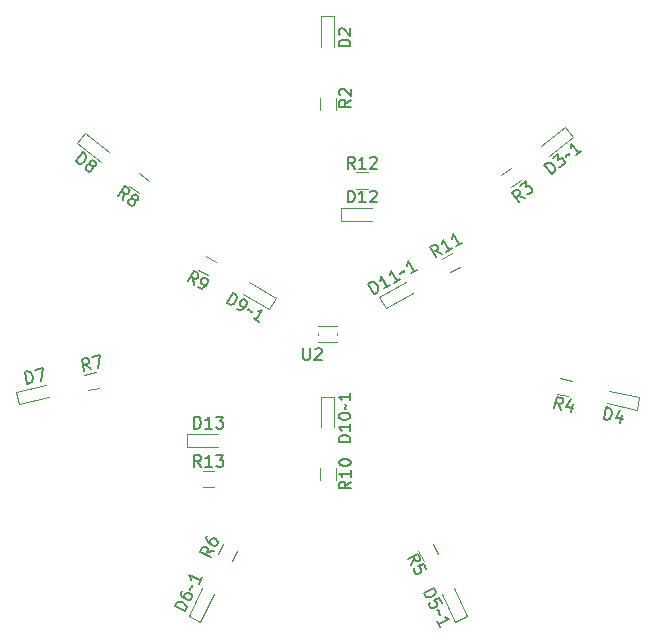
<source format=gbr>
G04 #@! TF.GenerationSoftware,KiCad,Pcbnew,(5.0.0)*
G04 #@! TF.CreationDate,2019-02-21T00:44:54+09:00*
G04 #@! TF.ProjectId,coaster,636F61737465722E6B696361645F7063,rev?*
G04 #@! TF.SameCoordinates,Original*
G04 #@! TF.FileFunction,Legend,Top*
G04 #@! TF.FilePolarity,Positive*
%FSLAX46Y46*%
G04 Gerber Fmt 4.6, Leading zero omitted, Abs format (unit mm)*
G04 Created by KiCad (PCBNEW (5.0.0)) date 02/21/19 00:44:54*
%MOMM*%
%LPD*%
G01*
G04 APERTURE LIST*
%ADD10C,0.120000*%
%ADD11C,0.050000*%
%ADD12C,0.150000*%
G04 APERTURE END LIST*
D10*
G04 #@! TO.C,D2*
X155550000Y-58100000D02*
X154450000Y-58100000D01*
X154450000Y-58100000D02*
X154450000Y-60700000D01*
X155550000Y-58100000D02*
X155550000Y-60700000D01*
G04 #@! TO.C,D4*
X181133417Y-91435119D02*
X178598029Y-90859093D01*
X181377121Y-90362455D02*
X178841732Y-89786429D01*
X181133417Y-91435119D02*
X181377121Y-90362455D01*
G04 #@! TO.C,D7*
X128622411Y-89869008D02*
X131155773Y-89284136D01*
X128869857Y-90940815D02*
X131403219Y-90355943D01*
X128622411Y-89869008D02*
X128869857Y-90940815D01*
G04 #@! TO.C,D8*
X134436397Y-67947180D02*
X133750129Y-68806853D01*
X133750129Y-68806853D02*
X135782083Y-70428940D01*
X134436397Y-67947180D02*
X136468350Y-69569267D01*
G04 #@! TO.C,D12*
X156100000Y-74300000D02*
X156100000Y-75400000D01*
X156100000Y-75400000D02*
X158700000Y-75400000D01*
X156100000Y-74300000D02*
X158700000Y-74300000D01*
G04 #@! TO.C,D13*
X143100000Y-93450000D02*
X143100000Y-94550000D01*
X143100000Y-94550000D02*
X145700000Y-94550000D01*
X143100000Y-93450000D02*
X145700000Y-93450000D01*
G04 #@! TO.C,D10~~1*
X155550000Y-90300000D02*
X155550000Y-92900000D01*
X154450000Y-90300000D02*
X154450000Y-92900000D01*
X155550000Y-90300000D02*
X154450000Y-90300000D01*
G04 #@! TO.C,D11~~1*
X159368782Y-81873686D02*
X161620448Y-80573686D01*
X159918782Y-82826314D02*
X162170448Y-81526314D01*
X159368782Y-81873686D02*
X159918782Y-82826314D01*
G04 #@! TO.C,D3~~1*
X175749871Y-68306853D02*
X173717917Y-69928940D01*
X175063603Y-67447180D02*
X173031650Y-69069267D01*
X175749871Y-68306853D02*
X175063603Y-67447180D01*
G04 #@! TO.C,D5~~1*
X165794731Y-109358933D02*
X166783405Y-108876725D01*
X166783405Y-108876725D02*
X165643640Y-106539861D01*
X165794731Y-109358933D02*
X164654966Y-107022069D01*
G04 #@! TO.C,D6~~1*
X143223821Y-108883426D02*
X144351335Y-106540626D01*
X144215006Y-109360451D02*
X145342520Y-107017651D01*
X143223821Y-108883426D02*
X144215006Y-109360451D01*
G04 #@! TO.C,D9~~1*
X150033846Y-82876314D02*
X150583846Y-81923686D01*
X150583846Y-81923686D02*
X148332180Y-80623686D01*
X150033846Y-82876314D02*
X147782180Y-81576314D01*
G04 #@! TO.C,R2*
X154320000Y-66000000D02*
X154320000Y-65000000D01*
X155680000Y-65000000D02*
X155680000Y-66000000D01*
G04 #@! TO.C,R3*
X171314998Y-71969494D02*
X170533478Y-72593374D01*
X169685002Y-71530506D02*
X170466522Y-70906626D01*
G04 #@! TO.C,R4*
X174663078Y-88726124D02*
X175638228Y-88947673D01*
X175336922Y-90273876D02*
X174361772Y-90052327D01*
G04 #@! TO.C,R5*
X163108007Y-104247489D02*
X162669634Y-103348694D01*
X163891993Y-102752511D02*
X164330366Y-103651306D01*
G04 #@! TO.C,R6*
X147329562Y-103344350D02*
X146895903Y-104245427D01*
X145670438Y-103655650D02*
X146104097Y-102754573D01*
G04 #@! TO.C,R7*
X135640152Y-89550096D02*
X134665782Y-89775047D01*
X134359848Y-88449904D02*
X135334218Y-88224953D01*
G04 #@! TO.C,R8*
X139033478Y-71406626D02*
X139814998Y-72030506D01*
X138966522Y-73093374D02*
X138185002Y-72469494D01*
G04 #@! TO.C,R9*
X144843013Y-80038897D02*
X143976987Y-79538897D01*
X144656987Y-78361103D02*
X145523013Y-78861103D01*
G04 #@! TO.C,R10*
X154320000Y-97350000D02*
X154320000Y-96350000D01*
X155680000Y-96350000D02*
X155680000Y-97350000D01*
G04 #@! TO.C,R11*
X166225641Y-79288897D02*
X165359615Y-79788897D01*
X164679615Y-78611103D02*
X165545641Y-78111103D01*
G04 #@! TO.C,R12*
X158400000Y-72680000D02*
X157400000Y-72680000D01*
X157400000Y-71320000D02*
X158400000Y-71320000D01*
G04 #@! TO.C,R13*
X145400000Y-97930000D02*
X144400000Y-97930000D01*
X144400000Y-96570000D02*
X145400000Y-96570000D01*
D11*
G04 #@! TO.C,U2*
X154200000Y-85650000D02*
X155800000Y-85650000D01*
X154200000Y-84350000D02*
X155800000Y-84350000D01*
X154200000Y-85100000D02*
X154200000Y-84900000D01*
X155800000Y-85100000D02*
X155800000Y-84900000D01*
G04 #@! TO.C,D2*
D12*
X156902380Y-60638095D02*
X155902380Y-60638095D01*
X155902380Y-60400000D01*
X155950000Y-60257142D01*
X156045238Y-60161904D01*
X156140476Y-60114285D01*
X156330952Y-60066666D01*
X156473809Y-60066666D01*
X156664285Y-60114285D01*
X156759523Y-60161904D01*
X156854761Y-60257142D01*
X156902380Y-60400000D01*
X156902380Y-60638095D01*
X155997619Y-59685714D02*
X155950000Y-59638095D01*
X155902380Y-59542857D01*
X155902380Y-59304761D01*
X155950000Y-59209523D01*
X155997619Y-59161904D01*
X156092857Y-59114285D01*
X156188095Y-59114285D01*
X156330952Y-59161904D01*
X156902380Y-59733333D01*
X156902380Y-59114285D01*
G04 #@! TO.C,D4*
X178358777Y-92191582D02*
X178580326Y-91216432D01*
X178812504Y-91269182D01*
X178941261Y-91347267D01*
X179013033Y-91461239D01*
X179038368Y-91564660D01*
X179042604Y-91760953D01*
X179010955Y-91900260D01*
X178922319Y-92075452D01*
X178854784Y-92157774D01*
X178740812Y-92229545D01*
X178590956Y-92244331D01*
X178358777Y-92191582D01*
X179899547Y-91857980D02*
X179751848Y-92508079D01*
X179751768Y-91433745D02*
X179361340Y-92077530D01*
X179965004Y-92214679D01*
G04 #@! TO.C,D7*
X129556406Y-89193984D02*
X129331455Y-88219614D01*
X129563448Y-88166054D01*
X129713356Y-88180317D01*
X129827577Y-88251690D01*
X129895399Y-88333776D01*
X129984646Y-88508658D01*
X130016781Y-88647854D01*
X130013231Y-88844160D01*
X129988256Y-88947669D01*
X129916883Y-89061890D01*
X129788399Y-89140424D01*
X129556406Y-89193984D01*
X130213028Y-88016087D02*
X130862608Y-87866120D01*
X130669972Y-88936897D01*
G04 #@! TO.C,D8*
X133640932Y-70393062D02*
X134264811Y-69611541D01*
X134450888Y-69760084D01*
X134532825Y-69886425D01*
X134547838Y-70020273D01*
X134525636Y-70124412D01*
X134444017Y-70302981D01*
X134354892Y-70414627D01*
X134198842Y-70533780D01*
X134102210Y-70578502D01*
X133968362Y-70593515D01*
X133827008Y-70541605D01*
X133640932Y-70393062D01*
X134890601Y-70659484D02*
X134845879Y-70562852D01*
X134838372Y-70495928D01*
X134860574Y-70391789D01*
X134890282Y-70354574D01*
X134986915Y-70309852D01*
X135053838Y-70302345D01*
X135157978Y-70324547D01*
X135306839Y-70443381D01*
X135351561Y-70540013D01*
X135359067Y-70606937D01*
X135336865Y-70711076D01*
X135307157Y-70748291D01*
X135210525Y-70793013D01*
X135143601Y-70800520D01*
X135039462Y-70778318D01*
X134890601Y-70659484D01*
X134786462Y-70637282D01*
X134719538Y-70644789D01*
X134622905Y-70689511D01*
X134504071Y-70838372D01*
X134481869Y-70942511D01*
X134489376Y-71009435D01*
X134534098Y-71106067D01*
X134682959Y-71224901D01*
X134787098Y-71247103D01*
X134854022Y-71239597D01*
X134950654Y-71194875D01*
X135069488Y-71046014D01*
X135091690Y-70941874D01*
X135084184Y-70874951D01*
X135039462Y-70778318D01*
G04 #@! TO.C,D12*
X156685714Y-73852380D02*
X156685714Y-72852380D01*
X156923809Y-72852380D01*
X157066666Y-72900000D01*
X157161904Y-72995238D01*
X157209523Y-73090476D01*
X157257142Y-73280952D01*
X157257142Y-73423809D01*
X157209523Y-73614285D01*
X157161904Y-73709523D01*
X157066666Y-73804761D01*
X156923809Y-73852380D01*
X156685714Y-73852380D01*
X158209523Y-73852380D02*
X157638095Y-73852380D01*
X157923809Y-73852380D02*
X157923809Y-72852380D01*
X157828571Y-72995238D01*
X157733333Y-73090476D01*
X157638095Y-73138095D01*
X158590476Y-72947619D02*
X158638095Y-72900000D01*
X158733333Y-72852380D01*
X158971428Y-72852380D01*
X159066666Y-72900000D01*
X159114285Y-72947619D01*
X159161904Y-73042857D01*
X159161904Y-73138095D01*
X159114285Y-73280952D01*
X158542857Y-73852380D01*
X159161904Y-73852380D01*
G04 #@! TO.C,D13*
X143685714Y-93002380D02*
X143685714Y-92002380D01*
X143923809Y-92002380D01*
X144066666Y-92050000D01*
X144161904Y-92145238D01*
X144209523Y-92240476D01*
X144257142Y-92430952D01*
X144257142Y-92573809D01*
X144209523Y-92764285D01*
X144161904Y-92859523D01*
X144066666Y-92954761D01*
X143923809Y-93002380D01*
X143685714Y-93002380D01*
X145209523Y-93002380D02*
X144638095Y-93002380D01*
X144923809Y-93002380D02*
X144923809Y-92002380D01*
X144828571Y-92145238D01*
X144733333Y-92240476D01*
X144638095Y-92288095D01*
X145542857Y-92002380D02*
X146161904Y-92002380D01*
X145828571Y-92383333D01*
X145971428Y-92383333D01*
X146066666Y-92430952D01*
X146114285Y-92478571D01*
X146161904Y-92573809D01*
X146161904Y-92811904D01*
X146114285Y-92907142D01*
X146066666Y-92954761D01*
X145971428Y-93002380D01*
X145685714Y-93002380D01*
X145590476Y-92954761D01*
X145542857Y-92907142D01*
G04 #@! TO.C,D10~~1*
X156902380Y-94147619D02*
X155902380Y-94147619D01*
X155902380Y-93909523D01*
X155950000Y-93766666D01*
X156045238Y-93671428D01*
X156140476Y-93623809D01*
X156330952Y-93576190D01*
X156473809Y-93576190D01*
X156664285Y-93623809D01*
X156759523Y-93671428D01*
X156854761Y-93766666D01*
X156902380Y-93909523D01*
X156902380Y-94147619D01*
X156902380Y-92623809D02*
X156902380Y-93195238D01*
X156902380Y-92909523D02*
X155902380Y-92909523D01*
X156045238Y-93004761D01*
X156140476Y-93100000D01*
X156188095Y-93195238D01*
X155902380Y-92004761D02*
X155902380Y-91909523D01*
X155950000Y-91814285D01*
X155997619Y-91766666D01*
X156092857Y-91719047D01*
X156283333Y-91671428D01*
X156521428Y-91671428D01*
X156711904Y-91719047D01*
X156807142Y-91766666D01*
X156854761Y-91814285D01*
X156902380Y-91909523D01*
X156902380Y-92004761D01*
X156854761Y-92100000D01*
X156807142Y-92147619D01*
X156711904Y-92195238D01*
X156521428Y-92242857D01*
X156283333Y-92242857D01*
X156092857Y-92195238D01*
X155997619Y-92147619D01*
X155950000Y-92100000D01*
X155902380Y-92004761D01*
X156521428Y-91385714D02*
X156473809Y-91338095D01*
X156426190Y-91242857D01*
X156521428Y-91052380D01*
X156473809Y-90957142D01*
X156426190Y-90909523D01*
X156902380Y-90004761D02*
X156902380Y-90576190D01*
X156902380Y-90290476D02*
X155902380Y-90290476D01*
X156045238Y-90385714D01*
X156140476Y-90480952D01*
X156188095Y-90576190D01*
G04 #@! TO.C,D11~~1*
X158930528Y-81609845D02*
X158430528Y-80743820D01*
X158636724Y-80624772D01*
X158784252Y-80594583D01*
X158914349Y-80629443D01*
X159003208Y-80688112D01*
X159139685Y-80829259D01*
X159211114Y-80952977D01*
X159265113Y-81141744D01*
X159271492Y-81248032D01*
X159236633Y-81378130D01*
X159136724Y-81490798D01*
X158930528Y-81609845D01*
X160250186Y-80847941D02*
X159755314Y-81133655D01*
X160002750Y-80990798D02*
X159502750Y-80124772D01*
X159491700Y-80296109D01*
X159456840Y-80426207D01*
X159398171Y-80515065D01*
X161074972Y-80371750D02*
X160580100Y-80657464D01*
X160827536Y-80514607D02*
X160327536Y-79648582D01*
X160316486Y-79819919D01*
X160281626Y-79950017D01*
X160222957Y-80038875D01*
X161131931Y-79898979D02*
X161149361Y-79833930D01*
X161208030Y-79745071D01*
X161420606Y-79732312D01*
X161479276Y-79643454D01*
X161496705Y-79578405D01*
X162518347Y-79538417D02*
X162023476Y-79824131D01*
X162270912Y-79681274D02*
X161770912Y-78815249D01*
X161759862Y-78986586D01*
X161725002Y-79116683D01*
X161666333Y-79205542D01*
G04 #@! TO.C,D3~~1*
X173958752Y-71467132D02*
X173334873Y-70685611D01*
X173520949Y-70537068D01*
X173662303Y-70485158D01*
X173796151Y-70500171D01*
X173892783Y-70544893D01*
X174048833Y-70664046D01*
X174137958Y-70775692D01*
X174219577Y-70954261D01*
X174241779Y-71058400D01*
X174226766Y-71192248D01*
X174144828Y-71318589D01*
X173958752Y-71467132D01*
X174041963Y-70121149D02*
X174525761Y-69734938D01*
X174502922Y-70240620D01*
X174614568Y-70151494D01*
X174718707Y-70129292D01*
X174785631Y-70136799D01*
X174882264Y-70181521D01*
X175030806Y-70367597D01*
X175053008Y-70471736D01*
X175045501Y-70538660D01*
X175000779Y-70635292D01*
X174777488Y-70813544D01*
X174673349Y-70835745D01*
X174606425Y-70828239D01*
X175135264Y-70040485D02*
X175142770Y-69973561D01*
X175187492Y-69876928D01*
X175395770Y-69832525D01*
X175440492Y-69735892D01*
X175447999Y-69668969D01*
X176452175Y-69476659D02*
X176005591Y-69833161D01*
X176228883Y-69654910D02*
X175605003Y-68873390D01*
X175619699Y-69044452D01*
X175604685Y-69178300D01*
X175559963Y-69274932D01*
G04 #@! TO.C,D5~~1*
X163101282Y-106921558D02*
X164000076Y-106483186D01*
X164104450Y-106697185D01*
X164124275Y-106846459D01*
X164080425Y-106973808D01*
X164015701Y-107058357D01*
X163865377Y-107184656D01*
X163736977Y-107247281D01*
X163544904Y-107287980D01*
X163438430Y-107286930D01*
X163311080Y-107243081D01*
X163205656Y-107135556D01*
X163101282Y-106921558D01*
X164647196Y-107809978D02*
X164438447Y-107381981D01*
X163989575Y-107547929D01*
X164053250Y-107569854D01*
X164137799Y-107634578D01*
X164242173Y-107848577D01*
X164241123Y-107955051D01*
X164219198Y-108018726D01*
X164154474Y-108103275D01*
X163940475Y-108207649D01*
X163834001Y-108206599D01*
X163770326Y-108184674D01*
X163685777Y-108119950D01*
X163581403Y-107905951D01*
X163582453Y-107799477D01*
X163604378Y-107735802D01*
X164236923Y-108380948D02*
X164300598Y-108402873D01*
X164385147Y-108467598D01*
X164383047Y-108680546D01*
X164467596Y-108745271D01*
X164531271Y-108767196D01*
X164499895Y-109789139D02*
X164249397Y-109275542D01*
X164374646Y-109532340D02*
X165273440Y-109093969D01*
X165103291Y-109070994D01*
X164975942Y-109027144D01*
X164891393Y-108962420D01*
G04 #@! TO.C,D6~~1*
X142919603Y-108483351D02*
X142018526Y-108049692D01*
X142121778Y-107835150D01*
X142226638Y-107727075D01*
X142353756Y-107682559D01*
X142460223Y-107680951D01*
X142652507Y-107720644D01*
X142781233Y-107782596D01*
X142932216Y-107908106D01*
X142997382Y-107992315D01*
X143041898Y-108119433D01*
X143022855Y-108268809D01*
X142919603Y-108483351D01*
X142638039Y-106762439D02*
X142555438Y-106934073D01*
X142557045Y-107040540D01*
X142579303Y-107104099D01*
X142666728Y-107251867D01*
X142817711Y-107377377D01*
X143160978Y-107542580D01*
X143267446Y-107540973D01*
X143331004Y-107518715D01*
X143415214Y-107453548D01*
X143497815Y-107281915D01*
X143496208Y-107175447D01*
X143473950Y-107111889D01*
X143408783Y-107027679D01*
X143194241Y-106924427D01*
X143087774Y-106926035D01*
X143024215Y-106948293D01*
X142940006Y-107013459D01*
X142857404Y-107185093D01*
X142859012Y-107291560D01*
X142881270Y-107355119D01*
X142946436Y-107439328D01*
X143361052Y-106687627D02*
X143338794Y-106624068D01*
X143337187Y-106517601D01*
X143505605Y-106387268D01*
X143503998Y-106280801D01*
X143481740Y-106217242D01*
X144303182Y-105608486D02*
X144055377Y-106123387D01*
X144179280Y-105865937D02*
X143278203Y-105432277D01*
X143365627Y-105580046D01*
X143410143Y-105707163D01*
X143411751Y-105813631D01*
G04 #@! TO.C,D9~~1*
X146437912Y-82361796D02*
X146937912Y-81495770D01*
X147144108Y-81614818D01*
X147244017Y-81727486D01*
X147278876Y-81857583D01*
X147272497Y-81963871D01*
X147218498Y-82152638D01*
X147147069Y-82276356D01*
X147010592Y-82417504D01*
X146921734Y-82476173D01*
X146791636Y-82511032D01*
X146644108Y-82480843D01*
X146437912Y-82361796D01*
X147345177Y-82885605D02*
X147510134Y-82980843D01*
X147616422Y-82987223D01*
X147681471Y-82969793D01*
X147835378Y-82893694D01*
X147971855Y-82752547D01*
X148162332Y-82422632D01*
X148168711Y-82316344D01*
X148151282Y-82251295D01*
X148092612Y-82162437D01*
X147927655Y-82067199D01*
X147821367Y-82060819D01*
X147756318Y-82078249D01*
X147667460Y-82136918D01*
X147548412Y-82343114D01*
X147542033Y-82449403D01*
X147559462Y-82514451D01*
X147618131Y-82603310D01*
X147783089Y-82698548D01*
X147889377Y-82704928D01*
X147954426Y-82687498D01*
X148043284Y-82628829D01*
X148195482Y-82936643D02*
X148260531Y-82919213D01*
X148366819Y-82925593D01*
X148484157Y-83103310D01*
X148590445Y-83109689D01*
X148655494Y-83092260D01*
X149200945Y-83957034D02*
X148706074Y-83671319D01*
X148953510Y-83814177D02*
X149453510Y-82948151D01*
X149299602Y-83024250D01*
X149169505Y-83059110D01*
X149063217Y-83052730D01*
G04 #@! TO.C,R2*
X156952380Y-65166666D02*
X156476190Y-65500000D01*
X156952380Y-65738095D02*
X155952380Y-65738095D01*
X155952380Y-65357142D01*
X156000000Y-65261904D01*
X156047619Y-65214285D01*
X156142857Y-65166666D01*
X156285714Y-65166666D01*
X156380952Y-65214285D01*
X156428571Y-65261904D01*
X156476190Y-65357142D01*
X156476190Y-65738095D01*
X156047619Y-64785714D02*
X156000000Y-64738095D01*
X155952380Y-64642857D01*
X155952380Y-64404761D01*
X156000000Y-64309523D01*
X156047619Y-64261904D01*
X156142857Y-64214285D01*
X156238095Y-64214285D01*
X156380952Y-64261904D01*
X156952380Y-64833333D01*
X156952380Y-64214285D01*
G04 #@! TO.C,R3*
X171651977Y-73457524D02*
X171094385Y-73293332D01*
X171205394Y-73814027D02*
X170581515Y-73032507D01*
X170879237Y-72794838D01*
X170983376Y-72772636D01*
X171050300Y-72780143D01*
X171146932Y-72824865D01*
X171236058Y-72936511D01*
X171258259Y-73040650D01*
X171250753Y-73107574D01*
X171206031Y-73204206D01*
X170908309Y-73441874D01*
X171288605Y-72468044D02*
X171772403Y-72081833D01*
X171749565Y-72587515D01*
X171861210Y-72498389D01*
X171965349Y-72476187D01*
X172032273Y-72483694D01*
X172128906Y-72528416D01*
X172277448Y-72714492D01*
X172299650Y-72818631D01*
X172292143Y-72885555D01*
X172247422Y-72982188D01*
X172024130Y-73160439D01*
X171919991Y-73182641D01*
X171853067Y-73175134D01*
G04 #@! TO.C,R4*
X174737250Y-91404214D02*
X174517700Y-90866007D01*
X174180022Y-91277615D02*
X174401571Y-90302465D01*
X174773056Y-90386865D01*
X174855377Y-90454400D01*
X174891263Y-90511386D01*
X174916599Y-90614807D01*
X174884949Y-90754114D01*
X174817414Y-90836436D01*
X174760428Y-90872321D01*
X174657007Y-90897657D01*
X174285521Y-90813258D01*
X175720792Y-90944013D02*
X175573093Y-91594112D01*
X175573013Y-90519778D02*
X175182585Y-91163563D01*
X175786249Y-91300712D01*
G04 #@! TO.C,R5*
X162020340Y-104548511D02*
X162302214Y-104040165D01*
X161769843Y-104034915D02*
X162668637Y-103596544D01*
X162835635Y-103938941D01*
X162834585Y-104045415D01*
X162812660Y-104109090D01*
X162747936Y-104193639D01*
X162619536Y-104256264D01*
X162513062Y-104255214D01*
X162449388Y-104233289D01*
X162364838Y-104168564D01*
X162197840Y-103826166D01*
X163315756Y-104923335D02*
X163107008Y-104495338D01*
X162658136Y-104661286D01*
X162721810Y-104683211D01*
X162806360Y-104747936D01*
X162910734Y-104961934D01*
X162909684Y-105068408D01*
X162887759Y-105132083D01*
X162823034Y-105216632D01*
X162609036Y-105321006D01*
X162502561Y-105319956D01*
X162438887Y-105298031D01*
X162354337Y-105233307D01*
X162249963Y-105019308D01*
X162251013Y-104912834D01*
X162272938Y-104849159D01*
G04 #@! TO.C,R6*
X145335353Y-103346358D02*
X144761716Y-103440213D01*
X145087548Y-103861259D02*
X144186471Y-103427600D01*
X144351674Y-103084333D01*
X144435884Y-103019166D01*
X144499442Y-102996908D01*
X144605910Y-102995301D01*
X144734635Y-103057252D01*
X144799801Y-103141461D01*
X144822059Y-103205020D01*
X144823667Y-103311488D01*
X144658464Y-103654755D01*
X144805984Y-102140347D02*
X144723382Y-102311981D01*
X144724990Y-102418448D01*
X144747248Y-102482007D01*
X144834672Y-102629775D01*
X144985655Y-102755285D01*
X145328923Y-102920489D01*
X145435390Y-102918881D01*
X145498949Y-102896623D01*
X145583158Y-102831457D01*
X145665760Y-102659823D01*
X145664152Y-102553356D01*
X145641894Y-102489797D01*
X145576728Y-102405588D01*
X145362186Y-102302336D01*
X145255719Y-102303943D01*
X145192160Y-102326201D01*
X145107950Y-102391368D01*
X145025349Y-102563001D01*
X145026956Y-102669469D01*
X145049214Y-102733027D01*
X145114381Y-102817237D01*
G04 #@! TO.C,R7*
X134939368Y-87978278D02*
X134507458Y-87589276D01*
X134382585Y-88106821D02*
X134157634Y-87132451D01*
X134528823Y-87046756D01*
X134632332Y-87071730D01*
X134689442Y-87107417D01*
X134757265Y-87189502D01*
X134789401Y-87328698D01*
X134764426Y-87432207D01*
X134728739Y-87489317D01*
X134646654Y-87557140D01*
X134275466Y-87642836D01*
X135039207Y-86928924D02*
X135688787Y-86778957D01*
X135496151Y-87849734D01*
G04 #@! TO.C,R8*
X137682890Y-73632770D02*
X137719469Y-73052657D01*
X137236307Y-73276267D02*
X137860186Y-72494746D01*
X138157908Y-72732415D01*
X138202630Y-72829047D01*
X138210137Y-72895971D01*
X138187935Y-73000110D01*
X138098810Y-73111756D01*
X138002177Y-73156478D01*
X137935253Y-73163985D01*
X137831114Y-73141783D01*
X137533392Y-72904114D01*
X138485976Y-73542689D02*
X138441254Y-73446057D01*
X138433747Y-73379133D01*
X138455949Y-73274994D01*
X138485657Y-73237779D01*
X138582290Y-73193057D01*
X138649213Y-73185550D01*
X138753353Y-73207752D01*
X138902214Y-73326586D01*
X138946936Y-73423218D01*
X138954442Y-73490142D01*
X138932240Y-73594281D01*
X138902532Y-73631496D01*
X138805900Y-73676218D01*
X138738976Y-73683725D01*
X138634837Y-73661523D01*
X138485976Y-73542689D01*
X138381837Y-73520487D01*
X138314913Y-73527994D01*
X138218280Y-73572716D01*
X138099446Y-73721577D01*
X138077244Y-73825716D01*
X138084751Y-73892640D01*
X138129473Y-73989272D01*
X138278334Y-74108106D01*
X138382473Y-74130308D01*
X138449397Y-74122802D01*
X138546029Y-74078080D01*
X138664863Y-73929219D01*
X138687065Y-73825079D01*
X138679559Y-73758156D01*
X138634837Y-73661523D01*
G04 #@! TO.C,R9*
X143629471Y-80808440D02*
X143578892Y-80229380D01*
X143134600Y-80522725D02*
X143634600Y-79656700D01*
X143964514Y-79847176D01*
X144023183Y-79936034D01*
X144040613Y-80001083D01*
X144034233Y-80107371D01*
X143962805Y-80231089D01*
X143873946Y-80289758D01*
X143808898Y-80307188D01*
X143702609Y-80300808D01*
X143372695Y-80110332D01*
X144041865Y-81046535D02*
X144206822Y-81141773D01*
X144313110Y-81148153D01*
X144378159Y-81130723D01*
X144532066Y-81054624D01*
X144668543Y-80913476D01*
X144859019Y-80583562D01*
X144865399Y-80477274D01*
X144847969Y-80412225D01*
X144789300Y-80323367D01*
X144624343Y-80228128D01*
X144518055Y-80221749D01*
X144453006Y-80239178D01*
X144364148Y-80297848D01*
X144245100Y-80504044D01*
X144238720Y-80610332D01*
X144256150Y-80675381D01*
X144314819Y-80764239D01*
X144479777Y-80859478D01*
X144586065Y-80865857D01*
X144651113Y-80848427D01*
X144739972Y-80789758D01*
G04 #@! TO.C,R10*
X156952380Y-97492857D02*
X156476190Y-97826190D01*
X156952380Y-98064285D02*
X155952380Y-98064285D01*
X155952380Y-97683333D01*
X156000000Y-97588095D01*
X156047619Y-97540476D01*
X156142857Y-97492857D01*
X156285714Y-97492857D01*
X156380952Y-97540476D01*
X156428571Y-97588095D01*
X156476190Y-97683333D01*
X156476190Y-98064285D01*
X156952380Y-96540476D02*
X156952380Y-97111904D01*
X156952380Y-96826190D02*
X155952380Y-96826190D01*
X156095238Y-96921428D01*
X156190476Y-97016666D01*
X156238095Y-97111904D01*
X155952380Y-95921428D02*
X155952380Y-95826190D01*
X156000000Y-95730952D01*
X156047619Y-95683333D01*
X156142857Y-95635714D01*
X156333333Y-95588095D01*
X156571428Y-95588095D01*
X156761904Y-95635714D01*
X156857142Y-95683333D01*
X156904761Y-95730952D01*
X156952380Y-95826190D01*
X156952380Y-95921428D01*
X156904761Y-96016666D01*
X156857142Y-96064285D01*
X156761904Y-96111904D01*
X156571428Y-96159523D01*
X156333333Y-96159523D01*
X156142857Y-96111904D01*
X156047619Y-96064285D01*
X156000000Y-96016666D01*
X155952380Y-95921428D01*
G04 #@! TO.C,R11*
X164669459Y-78213201D02*
X164142689Y-77967475D01*
X164174588Y-78498916D02*
X163674588Y-77632890D01*
X164004502Y-77442414D01*
X164110790Y-77436034D01*
X164175839Y-77453464D01*
X164264697Y-77512133D01*
X164336126Y-77635851D01*
X164342506Y-77742139D01*
X164325076Y-77807188D01*
X164266407Y-77896047D01*
X163936492Y-78086523D01*
X165494245Y-77737011D02*
X164999374Y-78022725D01*
X165246810Y-77879868D02*
X164746810Y-77013843D01*
X164735760Y-77185180D01*
X164700900Y-77315277D01*
X164642231Y-77404136D01*
X166319032Y-77260821D02*
X165824160Y-77546535D01*
X166071596Y-77403678D02*
X165571596Y-76537652D01*
X165560546Y-76708989D01*
X165525686Y-76839087D01*
X165467017Y-76927945D01*
G04 #@! TO.C,R12*
X157257142Y-71002380D02*
X156923809Y-70526190D01*
X156685714Y-71002380D02*
X156685714Y-70002380D01*
X157066666Y-70002380D01*
X157161904Y-70050000D01*
X157209523Y-70097619D01*
X157257142Y-70192857D01*
X157257142Y-70335714D01*
X157209523Y-70430952D01*
X157161904Y-70478571D01*
X157066666Y-70526190D01*
X156685714Y-70526190D01*
X158209523Y-71002380D02*
X157638095Y-71002380D01*
X157923809Y-71002380D02*
X157923809Y-70002380D01*
X157828571Y-70145238D01*
X157733333Y-70240476D01*
X157638095Y-70288095D01*
X158590476Y-70097619D02*
X158638095Y-70050000D01*
X158733333Y-70002380D01*
X158971428Y-70002380D01*
X159066666Y-70050000D01*
X159114285Y-70097619D01*
X159161904Y-70192857D01*
X159161904Y-70288095D01*
X159114285Y-70430952D01*
X158542857Y-71002380D01*
X159161904Y-71002380D01*
G04 #@! TO.C,R13*
X144257142Y-96252380D02*
X143923809Y-95776190D01*
X143685714Y-96252380D02*
X143685714Y-95252380D01*
X144066666Y-95252380D01*
X144161904Y-95300000D01*
X144209523Y-95347619D01*
X144257142Y-95442857D01*
X144257142Y-95585714D01*
X144209523Y-95680952D01*
X144161904Y-95728571D01*
X144066666Y-95776190D01*
X143685714Y-95776190D01*
X145209523Y-96252380D02*
X144638095Y-96252380D01*
X144923809Y-96252380D02*
X144923809Y-95252380D01*
X144828571Y-95395238D01*
X144733333Y-95490476D01*
X144638095Y-95538095D01*
X145542857Y-95252380D02*
X146161904Y-95252380D01*
X145828571Y-95633333D01*
X145971428Y-95633333D01*
X146066666Y-95680952D01*
X146114285Y-95728571D01*
X146161904Y-95823809D01*
X146161904Y-96061904D01*
X146114285Y-96157142D01*
X146066666Y-96204761D01*
X145971428Y-96252380D01*
X145685714Y-96252380D01*
X145590476Y-96204761D01*
X145542857Y-96157142D01*
G04 #@! TO.C,U2*
X152908095Y-86202380D02*
X152908095Y-87011904D01*
X152955714Y-87107142D01*
X153003333Y-87154761D01*
X153098571Y-87202380D01*
X153289047Y-87202380D01*
X153384285Y-87154761D01*
X153431904Y-87107142D01*
X153479523Y-87011904D01*
X153479523Y-86202380D01*
X153908095Y-86297619D02*
X153955714Y-86250000D01*
X154050952Y-86202380D01*
X154289047Y-86202380D01*
X154384285Y-86250000D01*
X154431904Y-86297619D01*
X154479523Y-86392857D01*
X154479523Y-86488095D01*
X154431904Y-86630952D01*
X153860476Y-87202380D01*
X154479523Y-87202380D01*
G04 #@! TD*
M02*

</source>
